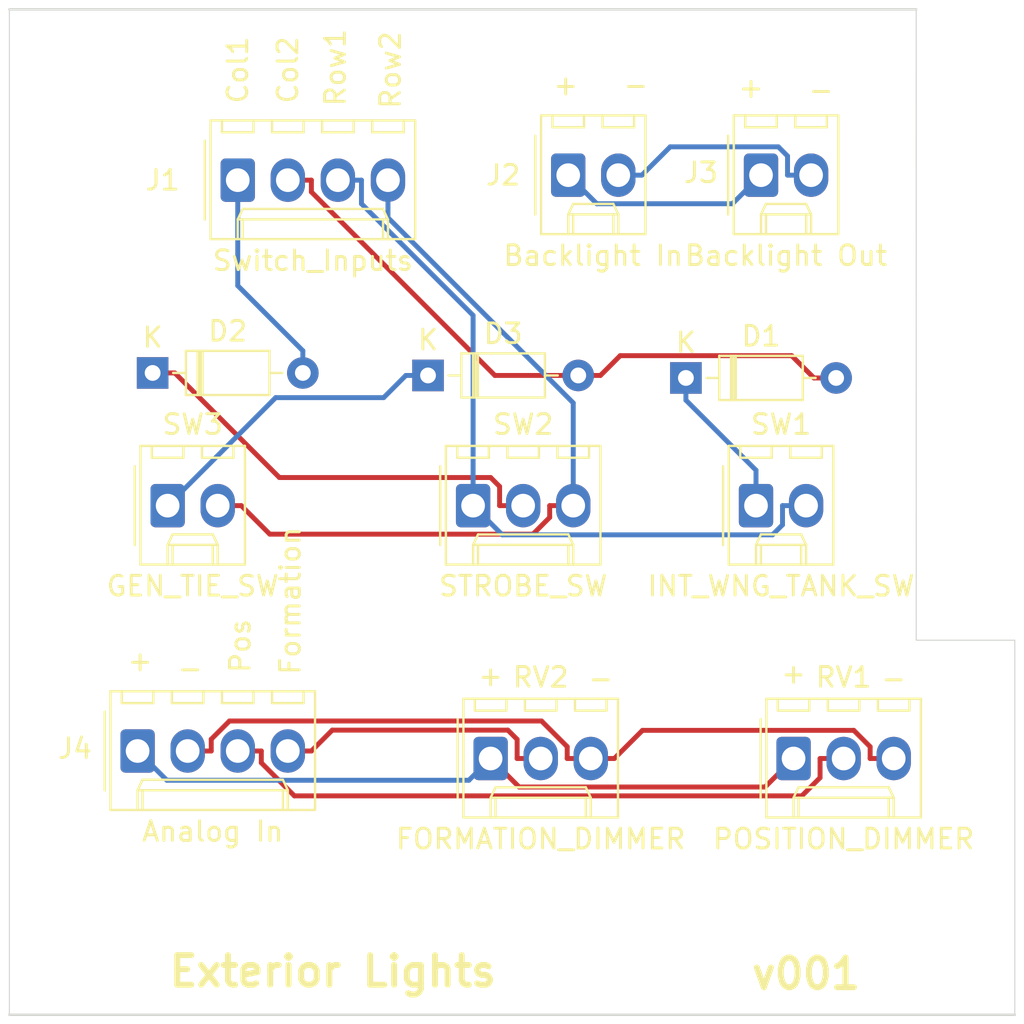
<source format=kicad_pcb>
(kicad_pcb (version 20171130) (host pcbnew "(5.1.5-0-10_14)")

  (general
    (thickness 1.6)
    (drawings 24)
    (tracks 84)
    (zones 0)
    (modules 15)
    (nets 14)
  )

  (page A4)
  (layers
    (0 F.Cu signal)
    (31 B.Cu signal)
    (32 B.Adhes user)
    (33 F.Adhes user)
    (34 B.Paste user)
    (35 F.Paste user)
    (36 B.SilkS user)
    (37 F.SilkS user)
    (38 B.Mask user)
    (39 F.Mask user)
    (40 Dwgs.User user)
    (41 Cmts.User user)
    (42 Eco1.User user)
    (43 Eco2.User user)
    (44 Edge.Cuts user)
    (45 Margin user)
    (46 B.CrtYd user)
    (47 F.CrtYd user)
    (48 B.Fab user)
    (49 F.Fab user)
  )

  (setup
    (last_trace_width 0.25)
    (trace_clearance 0.2)
    (zone_clearance 0.508)
    (zone_45_only no)
    (trace_min 0.2)
    (via_size 0.8)
    (via_drill 0.4)
    (via_min_size 0.4)
    (via_min_drill 0.3)
    (uvia_size 0.3)
    (uvia_drill 0.1)
    (uvias_allowed no)
    (uvia_min_size 0.2)
    (uvia_min_drill 0.1)
    (edge_width 0.05)
    (segment_width 0.2)
    (pcb_text_width 0.3)
    (pcb_text_size 1.5 1.5)
    (mod_edge_width 0.12)
    (mod_text_size 1 1)
    (mod_text_width 0.15)
    (pad_size 1.524 1.524)
    (pad_drill 0.762)
    (pad_to_mask_clearance 0.051)
    (solder_mask_min_width 0.25)
    (aux_axis_origin 0 0)
    (visible_elements FFFFFF7F)
    (pcbplotparams
      (layerselection 0x010fc_ffffffff)
      (usegerberextensions false)
      (usegerberattributes false)
      (usegerberadvancedattributes false)
      (creategerberjobfile false)
      (excludeedgelayer true)
      (linewidth 0.100000)
      (plotframeref false)
      (viasonmask false)
      (mode 1)
      (useauxorigin false)
      (hpglpennumber 1)
      (hpglpenspeed 20)
      (hpglpendiameter 15.000000)
      (psnegative false)
      (psa4output false)
      (plotreference true)
      (plotvalue true)
      (plotinvisibletext false)
      (padsonsilk false)
      (subtractmaskfromsilk false)
      (outputformat 1)
      (mirror false)
      (drillshape 0)
      (scaleselection 1)
      (outputdirectory "manufacturing"))
  )

  (net 0 "")
  (net 1 "Net-(J4-Pad2)")
  (net 2 "Net-(D2-Pad1)")
  (net 3 "Net-(J4-Pad1)")
  (net 4 "Net-(D1-Pad1)")
  (net 5 "Net-(D3-Pad1)")
  (net 6 "Net-(J2-Pad2)")
  (net 7 "Net-(J2-Pad1)")
  (net 8 /Col2)
  (net 9 /Col1)
  (net 10 /Row2)
  (net 11 /Row1)
  (net 12 "Net-(J4-Pad4)")
  (net 13 "Net-(J4-Pad3)")

  (net_class Default "This is the default net class."
    (clearance 0.2)
    (trace_width 0.25)
    (via_dia 0.8)
    (via_drill 0.4)
    (uvia_dia 0.3)
    (uvia_drill 0.1)
    (add_net /Col1)
    (add_net /Col2)
    (add_net /Row1)
    (add_net /Row2)
    (add_net "Net-(D1-Pad1)")
    (add_net "Net-(D2-Pad1)")
    (add_net "Net-(D3-Pad1)")
    (add_net "Net-(J2-Pad1)")
    (add_net "Net-(J2-Pad2)")
    (add_net "Net-(J4-Pad1)")
    (add_net "Net-(J4-Pad2)")
    (add_net "Net-(J4-Pad3)")
    (add_net "Net-(J4-Pad4)")
  )

  (module PT_Library_v001:Molex_1x04_P2.54mm_Vertical (layer F.Cu) (tedit 5B78013E) (tstamp 60452A84)
    (at 108.585 105.664)
    (descr "Molex KK-254 Interconnect System, old/engineering part number: AE-6410-04A example for new part number: 22-27-2041, 4 Pins (http://www.molex.com/pdm_docs/sd/022272021_sd.pdf), generated with kicad-footprint-generator")
    (tags "connector Molex KK-254 side entry")
    (path /60453D36)
    (fp_text reference J1 (at -3.81 0) (layer F.SilkS)
      (effects (font (size 1 1) (thickness 0.15)))
    )
    (fp_text value Switch_Inputs (at 3.81 4.08) (layer F.SilkS)
      (effects (font (size 1 1) (thickness 0.15)))
    )
    (fp_text user %R (at 3.81 -2.22) (layer F.Fab)
      (effects (font (size 1 1) (thickness 0.15)))
    )
    (fp_line (start 9.39 -3.42) (end -1.77 -3.42) (layer F.CrtYd) (width 0.05))
    (fp_line (start 9.39 3.38) (end 9.39 -3.42) (layer F.CrtYd) (width 0.05))
    (fp_line (start -1.77 3.38) (end 9.39 3.38) (layer F.CrtYd) (width 0.05))
    (fp_line (start -1.77 -3.42) (end -1.77 3.38) (layer F.CrtYd) (width 0.05))
    (fp_line (start 8.42 -2.43) (end 8.42 -3.03) (layer F.SilkS) (width 0.12))
    (fp_line (start 6.82 -2.43) (end 8.42 -2.43) (layer F.SilkS) (width 0.12))
    (fp_line (start 6.82 -3.03) (end 6.82 -2.43) (layer F.SilkS) (width 0.12))
    (fp_line (start 5.88 -2.43) (end 5.88 -3.03) (layer F.SilkS) (width 0.12))
    (fp_line (start 4.28 -2.43) (end 5.88 -2.43) (layer F.SilkS) (width 0.12))
    (fp_line (start 4.28 -3.03) (end 4.28 -2.43) (layer F.SilkS) (width 0.12))
    (fp_line (start 3.34 -2.43) (end 3.34 -3.03) (layer F.SilkS) (width 0.12))
    (fp_line (start 1.74 -2.43) (end 3.34 -2.43) (layer F.SilkS) (width 0.12))
    (fp_line (start 1.74 -3.03) (end 1.74 -2.43) (layer F.SilkS) (width 0.12))
    (fp_line (start 0.8 -2.43) (end 0.8 -3.03) (layer F.SilkS) (width 0.12))
    (fp_line (start -0.8 -2.43) (end 0.8 -2.43) (layer F.SilkS) (width 0.12))
    (fp_line (start -0.8 -3.03) (end -0.8 -2.43) (layer F.SilkS) (width 0.12))
    (fp_line (start 7.37 2.99) (end 7.37 1.99) (layer F.SilkS) (width 0.12))
    (fp_line (start 0.25 2.99) (end 0.25 1.99) (layer F.SilkS) (width 0.12))
    (fp_line (start 7.37 1.46) (end 7.62 1.99) (layer F.SilkS) (width 0.12))
    (fp_line (start 0.25 1.46) (end 7.37 1.46) (layer F.SilkS) (width 0.12))
    (fp_line (start 0 1.99) (end 0.25 1.46) (layer F.SilkS) (width 0.12))
    (fp_line (start 7.62 1.99) (end 7.62 2.99) (layer F.SilkS) (width 0.12))
    (fp_line (start 0 1.99) (end 7.62 1.99) (layer F.SilkS) (width 0.12))
    (fp_line (start 0 2.99) (end 0 1.99) (layer F.SilkS) (width 0.12))
    (fp_line (start -0.562893 0) (end -1.27 0.5) (layer F.Fab) (width 0.1))
    (fp_line (start -1.27 -0.5) (end -0.562893 0) (layer F.Fab) (width 0.1))
    (fp_line (start -1.67 -2) (end -1.67 2) (layer F.SilkS) (width 0.12))
    (fp_line (start 9 -3.03) (end -1.38 -3.03) (layer F.SilkS) (width 0.12))
    (fp_line (start 9 2.99) (end 9 -3.03) (layer F.SilkS) (width 0.12))
    (fp_line (start -1.38 2.99) (end 9 2.99) (layer F.SilkS) (width 0.12))
    (fp_line (start -1.38 -3.03) (end -1.38 2.99) (layer F.SilkS) (width 0.12))
    (fp_line (start 8.89 -2.92) (end -1.27 -2.92) (layer F.Fab) (width 0.1))
    (fp_line (start 8.89 2.88) (end 8.89 -2.92) (layer F.Fab) (width 0.1))
    (fp_line (start -1.27 2.88) (end 8.89 2.88) (layer F.Fab) (width 0.1))
    (fp_line (start -1.27 -2.92) (end -1.27 2.88) (layer F.Fab) (width 0.1))
    (pad 4 thru_hole oval (at 7.62 0) (size 1.74 2.2) (drill 1.2) (layers *.Cu *.Mask)
      (net 10 /Row2))
    (pad 3 thru_hole oval (at 5.08 0) (size 1.74 2.2) (drill 1.2) (layers *.Cu *.Mask)
      (net 11 /Row1))
    (pad 2 thru_hole oval (at 2.54 0) (size 1.74 2.2) (drill 1.2) (layers *.Cu *.Mask)
      (net 8 /Col2))
    (pad 1 thru_hole roundrect (at 0 0) (size 1.74 2.2) (drill 1.2) (layers *.Cu *.Mask) (roundrect_rratio 0.143678)
      (net 9 /Col1))
    (model ${KISYS3DMOD}/Connector_Molex.3dshapes/Molex_KK-254_AE-6410-04A_1x04_P2.54mm_Vertical.wrl
      (at (xyz 0 0 0))
      (scale (xyz 1 1 1))
      (rotate (xyz 0 0 0))
    )
  )

  (module PT_Library_v001:Molex_1x02_P2.54mm_Vertical (layer F.Cu) (tedit 5B78013E) (tstamp 601E3055)
    (at 134.874 122.174)
    (descr "Molex KK-254 Interconnect System, old/engineering part number: AE-6410-02A example for new part number: 22-27-2021, 2 Pins (http://www.molex.com/pdm_docs/sd/022272021_sd.pdf), generated with kicad-footprint-generator")
    (tags "connector Molex KK-254 side entry")
    (path /5FC419DD)
    (fp_text reference SW1 (at 1.27 -4.12) (layer F.SilkS)
      (effects (font (size 1 1) (thickness 0.15)))
    )
    (fp_text value INT_WNG_TANK_SW (at 1.27 4.08) (layer F.SilkS)
      (effects (font (size 1 1) (thickness 0.15)))
    )
    (fp_text user %R (at 1.27 -2.22) (layer F.Fab)
      (effects (font (size 1 1) (thickness 0.15)))
    )
    (fp_line (start 4.31 -3.42) (end -1.77 -3.42) (layer F.CrtYd) (width 0.05))
    (fp_line (start 4.31 3.38) (end 4.31 -3.42) (layer F.CrtYd) (width 0.05))
    (fp_line (start -1.77 3.38) (end 4.31 3.38) (layer F.CrtYd) (width 0.05))
    (fp_line (start -1.77 -3.42) (end -1.77 3.38) (layer F.CrtYd) (width 0.05))
    (fp_line (start 3.34 -2.43) (end 3.34 -3.03) (layer F.SilkS) (width 0.12))
    (fp_line (start 1.74 -2.43) (end 3.34 -2.43) (layer F.SilkS) (width 0.12))
    (fp_line (start 1.74 -3.03) (end 1.74 -2.43) (layer F.SilkS) (width 0.12))
    (fp_line (start 0.8 -2.43) (end 0.8 -3.03) (layer F.SilkS) (width 0.12))
    (fp_line (start -0.8 -2.43) (end 0.8 -2.43) (layer F.SilkS) (width 0.12))
    (fp_line (start -0.8 -3.03) (end -0.8 -2.43) (layer F.SilkS) (width 0.12))
    (fp_line (start 2.29 2.99) (end 2.29 1.99) (layer F.SilkS) (width 0.12))
    (fp_line (start 0.25 2.99) (end 0.25 1.99) (layer F.SilkS) (width 0.12))
    (fp_line (start 2.29 1.46) (end 2.54 1.99) (layer F.SilkS) (width 0.12))
    (fp_line (start 0.25 1.46) (end 2.29 1.46) (layer F.SilkS) (width 0.12))
    (fp_line (start 0 1.99) (end 0.25 1.46) (layer F.SilkS) (width 0.12))
    (fp_line (start 2.54 1.99) (end 2.54 2.99) (layer F.SilkS) (width 0.12))
    (fp_line (start 0 1.99) (end 2.54 1.99) (layer F.SilkS) (width 0.12))
    (fp_line (start 0 2.99) (end 0 1.99) (layer F.SilkS) (width 0.12))
    (fp_line (start -0.562893 0) (end -1.27 0.5) (layer F.Fab) (width 0.1))
    (fp_line (start -1.27 -0.5) (end -0.562893 0) (layer F.Fab) (width 0.1))
    (fp_line (start -1.67 -2) (end -1.67 2) (layer F.SilkS) (width 0.12))
    (fp_line (start 3.92 -3.03) (end -1.38 -3.03) (layer F.SilkS) (width 0.12))
    (fp_line (start 3.92 2.99) (end 3.92 -3.03) (layer F.SilkS) (width 0.12))
    (fp_line (start -1.38 2.99) (end 3.92 2.99) (layer F.SilkS) (width 0.12))
    (fp_line (start -1.38 -3.03) (end -1.38 2.99) (layer F.SilkS) (width 0.12))
    (fp_line (start 3.81 -2.92) (end -1.27 -2.92) (layer F.Fab) (width 0.1))
    (fp_line (start 3.81 2.88) (end 3.81 -2.92) (layer F.Fab) (width 0.1))
    (fp_line (start -1.27 2.88) (end 3.81 2.88) (layer F.Fab) (width 0.1))
    (fp_line (start -1.27 -2.92) (end -1.27 2.88) (layer F.Fab) (width 0.1))
    (pad 2 thru_hole oval (at 2.54 0) (size 1.74 2.2) (drill 1.2) (layers *.Cu *.Mask)
      (net 11 /Row1))
    (pad 1 thru_hole roundrect (at 0 0) (size 1.74 2.2) (drill 1.2) (layers *.Cu *.Mask) (roundrect_rratio 0.143678)
      (net 4 "Net-(D1-Pad1)"))
    (model ${KISYS3DMOD}/Connector_Molex.3dshapes/Molex_KK-254_AE-6410-02A_1x02_P2.54mm_Vertical.wrl
      (at (xyz 0 0 0))
      (scale (xyz 1 1 1))
      (rotate (xyz 0 0 0))
    )
  )

  (module PT_Library_v001:Molex_1x02_P2.54mm_Vertical (layer F.Cu) (tedit 5B78013E) (tstamp 601E1B56)
    (at 105.029 122.174)
    (descr "Molex KK-254 Interconnect System, old/engineering part number: AE-6410-02A example for new part number: 22-27-2021, 2 Pins (http://www.molex.com/pdm_docs/sd/022272021_sd.pdf), generated with kicad-footprint-generator")
    (tags "connector Molex KK-254 side entry")
    (path /5FD1F285)
    (fp_text reference SW3 (at 1.27 -4.12) (layer F.SilkS)
      (effects (font (size 1 1) (thickness 0.15)))
    )
    (fp_text value GEN_TIE_SW (at 1.27 4.08) (layer F.SilkS)
      (effects (font (size 1 1) (thickness 0.15)))
    )
    (fp_text user %R (at 1.27 -2.22) (layer F.Fab)
      (effects (font (size 1 1) (thickness 0.15)))
    )
    (fp_line (start 4.31 -3.42) (end -1.77 -3.42) (layer F.CrtYd) (width 0.05))
    (fp_line (start 4.31 3.38) (end 4.31 -3.42) (layer F.CrtYd) (width 0.05))
    (fp_line (start -1.77 3.38) (end 4.31 3.38) (layer F.CrtYd) (width 0.05))
    (fp_line (start -1.77 -3.42) (end -1.77 3.38) (layer F.CrtYd) (width 0.05))
    (fp_line (start 3.34 -2.43) (end 3.34 -3.03) (layer F.SilkS) (width 0.12))
    (fp_line (start 1.74 -2.43) (end 3.34 -2.43) (layer F.SilkS) (width 0.12))
    (fp_line (start 1.74 -3.03) (end 1.74 -2.43) (layer F.SilkS) (width 0.12))
    (fp_line (start 0.8 -2.43) (end 0.8 -3.03) (layer F.SilkS) (width 0.12))
    (fp_line (start -0.8 -2.43) (end 0.8 -2.43) (layer F.SilkS) (width 0.12))
    (fp_line (start -0.8 -3.03) (end -0.8 -2.43) (layer F.SilkS) (width 0.12))
    (fp_line (start 2.29 2.99) (end 2.29 1.99) (layer F.SilkS) (width 0.12))
    (fp_line (start 0.25 2.99) (end 0.25 1.99) (layer F.SilkS) (width 0.12))
    (fp_line (start 2.29 1.46) (end 2.54 1.99) (layer F.SilkS) (width 0.12))
    (fp_line (start 0.25 1.46) (end 2.29 1.46) (layer F.SilkS) (width 0.12))
    (fp_line (start 0 1.99) (end 0.25 1.46) (layer F.SilkS) (width 0.12))
    (fp_line (start 2.54 1.99) (end 2.54 2.99) (layer F.SilkS) (width 0.12))
    (fp_line (start 0 1.99) (end 2.54 1.99) (layer F.SilkS) (width 0.12))
    (fp_line (start 0 2.99) (end 0 1.99) (layer F.SilkS) (width 0.12))
    (fp_line (start -0.562893 0) (end -1.27 0.5) (layer F.Fab) (width 0.1))
    (fp_line (start -1.27 -0.5) (end -0.562893 0) (layer F.Fab) (width 0.1))
    (fp_line (start -1.67 -2) (end -1.67 2) (layer F.SilkS) (width 0.12))
    (fp_line (start 3.92 -3.03) (end -1.38 -3.03) (layer F.SilkS) (width 0.12))
    (fp_line (start 3.92 2.99) (end 3.92 -3.03) (layer F.SilkS) (width 0.12))
    (fp_line (start -1.38 2.99) (end 3.92 2.99) (layer F.SilkS) (width 0.12))
    (fp_line (start -1.38 -3.03) (end -1.38 2.99) (layer F.SilkS) (width 0.12))
    (fp_line (start 3.81 -2.92) (end -1.27 -2.92) (layer F.Fab) (width 0.1))
    (fp_line (start 3.81 2.88) (end 3.81 -2.92) (layer F.Fab) (width 0.1))
    (fp_line (start -1.27 2.88) (end 3.81 2.88) (layer F.Fab) (width 0.1))
    (fp_line (start -1.27 -2.92) (end -1.27 2.88) (layer F.Fab) (width 0.1))
    (pad 2 thru_hole oval (at 2.54 0) (size 1.74 2.2) (drill 1.2) (layers *.Cu *.Mask)
      (net 10 /Row2))
    (pad 1 thru_hole roundrect (at 0 0) (size 1.74 2.2) (drill 1.2) (layers *.Cu *.Mask) (roundrect_rratio 0.143678)
      (net 5 "Net-(D3-Pad1)"))
    (model ${KISYS3DMOD}/Connector_Molex.3dshapes/Molex_KK-254_AE-6410-02A_1x02_P2.54mm_Vertical.wrl
      (at (xyz 0 0 0))
      (scale (xyz 1 1 1))
      (rotate (xyz 0 0 0))
    )
  )

  (module PT_Library_v001:Molex_1x04_P2.54mm_Vertical (layer F.Cu) (tedit 5B78013E) (tstamp 601E1A48)
    (at 103.505 134.62)
    (descr "Molex KK-254 Interconnect System, old/engineering part number: AE-6410-04A example for new part number: 22-27-2041, 4 Pins (http://www.molex.com/pdm_docs/sd/022272021_sd.pdf), generated with kicad-footprint-generator")
    (tags "connector Molex KK-254 side entry")
    (path /5FD28A32)
    (fp_text reference J4 (at -3.175 -0.127) (layer F.SilkS)
      (effects (font (size 1 1) (thickness 0.15)))
    )
    (fp_text value "Analog In" (at 3.81 4.08) (layer F.SilkS)
      (effects (font (size 1 1) (thickness 0.15)))
    )
    (fp_text user %R (at 3.81 -2.22) (layer F.Fab)
      (effects (font (size 1 1) (thickness 0.15)))
    )
    (fp_line (start 9.39 -3.42) (end -1.77 -3.42) (layer F.CrtYd) (width 0.05))
    (fp_line (start 9.39 3.38) (end 9.39 -3.42) (layer F.CrtYd) (width 0.05))
    (fp_line (start -1.77 3.38) (end 9.39 3.38) (layer F.CrtYd) (width 0.05))
    (fp_line (start -1.77 -3.42) (end -1.77 3.38) (layer F.CrtYd) (width 0.05))
    (fp_line (start 8.42 -2.43) (end 8.42 -3.03) (layer F.SilkS) (width 0.12))
    (fp_line (start 6.82 -2.43) (end 8.42 -2.43) (layer F.SilkS) (width 0.12))
    (fp_line (start 6.82 -3.03) (end 6.82 -2.43) (layer F.SilkS) (width 0.12))
    (fp_line (start 5.88 -2.43) (end 5.88 -3.03) (layer F.SilkS) (width 0.12))
    (fp_line (start 4.28 -2.43) (end 5.88 -2.43) (layer F.SilkS) (width 0.12))
    (fp_line (start 4.28 -3.03) (end 4.28 -2.43) (layer F.SilkS) (width 0.12))
    (fp_line (start 3.34 -2.43) (end 3.34 -3.03) (layer F.SilkS) (width 0.12))
    (fp_line (start 1.74 -2.43) (end 3.34 -2.43) (layer F.SilkS) (width 0.12))
    (fp_line (start 1.74 -3.03) (end 1.74 -2.43) (layer F.SilkS) (width 0.12))
    (fp_line (start 0.8 -2.43) (end 0.8 -3.03) (layer F.SilkS) (width 0.12))
    (fp_line (start -0.8 -2.43) (end 0.8 -2.43) (layer F.SilkS) (width 0.12))
    (fp_line (start -0.8 -3.03) (end -0.8 -2.43) (layer F.SilkS) (width 0.12))
    (fp_line (start 7.37 2.99) (end 7.37 1.99) (layer F.SilkS) (width 0.12))
    (fp_line (start 0.25 2.99) (end 0.25 1.99) (layer F.SilkS) (width 0.12))
    (fp_line (start 7.37 1.46) (end 7.62 1.99) (layer F.SilkS) (width 0.12))
    (fp_line (start 0.25 1.46) (end 7.37 1.46) (layer F.SilkS) (width 0.12))
    (fp_line (start 0 1.99) (end 0.25 1.46) (layer F.SilkS) (width 0.12))
    (fp_line (start 7.62 1.99) (end 7.62 2.99) (layer F.SilkS) (width 0.12))
    (fp_line (start 0 1.99) (end 7.62 1.99) (layer F.SilkS) (width 0.12))
    (fp_line (start 0 2.99) (end 0 1.99) (layer F.SilkS) (width 0.12))
    (fp_line (start -0.562893 0) (end -1.27 0.5) (layer F.Fab) (width 0.1))
    (fp_line (start -1.27 -0.5) (end -0.562893 0) (layer F.Fab) (width 0.1))
    (fp_line (start -1.67 -2) (end -1.67 2) (layer F.SilkS) (width 0.12))
    (fp_line (start 9 -3.03) (end -1.38 -3.03) (layer F.SilkS) (width 0.12))
    (fp_line (start 9 2.99) (end 9 -3.03) (layer F.SilkS) (width 0.12))
    (fp_line (start -1.38 2.99) (end 9 2.99) (layer F.SilkS) (width 0.12))
    (fp_line (start -1.38 -3.03) (end -1.38 2.99) (layer F.SilkS) (width 0.12))
    (fp_line (start 8.89 -2.92) (end -1.27 -2.92) (layer F.Fab) (width 0.1))
    (fp_line (start 8.89 2.88) (end 8.89 -2.92) (layer F.Fab) (width 0.1))
    (fp_line (start -1.27 2.88) (end 8.89 2.88) (layer F.Fab) (width 0.1))
    (fp_line (start -1.27 -2.92) (end -1.27 2.88) (layer F.Fab) (width 0.1))
    (pad 4 thru_hole oval (at 7.62 0) (size 1.74 2.2) (drill 1.2) (layers *.Cu *.Mask)
      (net 12 "Net-(J4-Pad4)"))
    (pad 3 thru_hole oval (at 5.08 0) (size 1.74 2.2) (drill 1.2) (layers *.Cu *.Mask)
      (net 13 "Net-(J4-Pad3)"))
    (pad 2 thru_hole oval (at 2.54 0) (size 1.74 2.2) (drill 1.2) (layers *.Cu *.Mask)
      (net 1 "Net-(J4-Pad2)"))
    (pad 1 thru_hole roundrect (at 0 0) (size 1.74 2.2) (drill 1.2) (layers *.Cu *.Mask) (roundrect_rratio 0.143678)
      (net 3 "Net-(J4-Pad1)"))
    (model ${KISYS3DMOD}/Connector_Molex.3dshapes/Molex_KK-254_AE-6410-04A_1x04_P2.54mm_Vertical.wrl
      (at (xyz 0 0 0))
      (scale (xyz 1 1 1))
      (rotate (xyz 0 0 0))
    )
  )

  (module PT_Library_v001:Molex_1x02_P2.54mm_Vertical (layer F.Cu) (tedit 5B78013E) (tstamp 601E19F8)
    (at 135.128 105.41)
    (descr "Molex KK-254 Interconnect System, old/engineering part number: AE-6410-02A example for new part number: 22-27-2021, 2 Pins (http://www.molex.com/pdm_docs/sd/022272021_sd.pdf), generated with kicad-footprint-generator")
    (tags "connector Molex KK-254 side entry")
    (path /601E1680)
    (fp_text reference J3 (at -3.048 -0.127) (layer F.SilkS)
      (effects (font (size 1 1) (thickness 0.15)))
    )
    (fp_text value "Backlight Out" (at 1.27 4.08) (layer F.SilkS)
      (effects (font (size 1 1) (thickness 0.15)))
    )
    (fp_text user %R (at 1.27 -2.22) (layer F.Fab)
      (effects (font (size 1 1) (thickness 0.15)))
    )
    (fp_line (start 4.31 -3.42) (end -1.77 -3.42) (layer F.CrtYd) (width 0.05))
    (fp_line (start 4.31 3.38) (end 4.31 -3.42) (layer F.CrtYd) (width 0.05))
    (fp_line (start -1.77 3.38) (end 4.31 3.38) (layer F.CrtYd) (width 0.05))
    (fp_line (start -1.77 -3.42) (end -1.77 3.38) (layer F.CrtYd) (width 0.05))
    (fp_line (start 3.34 -2.43) (end 3.34 -3.03) (layer F.SilkS) (width 0.12))
    (fp_line (start 1.74 -2.43) (end 3.34 -2.43) (layer F.SilkS) (width 0.12))
    (fp_line (start 1.74 -3.03) (end 1.74 -2.43) (layer F.SilkS) (width 0.12))
    (fp_line (start 0.8 -2.43) (end 0.8 -3.03) (layer F.SilkS) (width 0.12))
    (fp_line (start -0.8 -2.43) (end 0.8 -2.43) (layer F.SilkS) (width 0.12))
    (fp_line (start -0.8 -3.03) (end -0.8 -2.43) (layer F.SilkS) (width 0.12))
    (fp_line (start 2.29 2.99) (end 2.29 1.99) (layer F.SilkS) (width 0.12))
    (fp_line (start 0.25 2.99) (end 0.25 1.99) (layer F.SilkS) (width 0.12))
    (fp_line (start 2.29 1.46) (end 2.54 1.99) (layer F.SilkS) (width 0.12))
    (fp_line (start 0.25 1.46) (end 2.29 1.46) (layer F.SilkS) (width 0.12))
    (fp_line (start 0 1.99) (end 0.25 1.46) (layer F.SilkS) (width 0.12))
    (fp_line (start 2.54 1.99) (end 2.54 2.99) (layer F.SilkS) (width 0.12))
    (fp_line (start 0 1.99) (end 2.54 1.99) (layer F.SilkS) (width 0.12))
    (fp_line (start 0 2.99) (end 0 1.99) (layer F.SilkS) (width 0.12))
    (fp_line (start -0.562893 0) (end -1.27 0.5) (layer F.Fab) (width 0.1))
    (fp_line (start -1.27 -0.5) (end -0.562893 0) (layer F.Fab) (width 0.1))
    (fp_line (start -1.67 -2) (end -1.67 2) (layer F.SilkS) (width 0.12))
    (fp_line (start 3.92 -3.03) (end -1.38 -3.03) (layer F.SilkS) (width 0.12))
    (fp_line (start 3.92 2.99) (end 3.92 -3.03) (layer F.SilkS) (width 0.12))
    (fp_line (start -1.38 2.99) (end 3.92 2.99) (layer F.SilkS) (width 0.12))
    (fp_line (start -1.38 -3.03) (end -1.38 2.99) (layer F.SilkS) (width 0.12))
    (fp_line (start 3.81 -2.92) (end -1.27 -2.92) (layer F.Fab) (width 0.1))
    (fp_line (start 3.81 2.88) (end 3.81 -2.92) (layer F.Fab) (width 0.1))
    (fp_line (start -1.27 2.88) (end 3.81 2.88) (layer F.Fab) (width 0.1))
    (fp_line (start -1.27 -2.92) (end -1.27 2.88) (layer F.Fab) (width 0.1))
    (pad 2 thru_hole oval (at 2.54 0) (size 1.74 2.2) (drill 1.2) (layers *.Cu *.Mask)
      (net 6 "Net-(J2-Pad2)"))
    (pad 1 thru_hole roundrect (at 0 0) (size 1.74 2.2) (drill 1.2) (layers *.Cu *.Mask) (roundrect_rratio 0.143678)
      (net 7 "Net-(J2-Pad1)"))
    (model ${KISYS3DMOD}/Connector_Molex.3dshapes/Molex_KK-254_AE-6410-02A_1x02_P2.54mm_Vertical.wrl
      (at (xyz 0 0 0))
      (scale (xyz 1 1 1))
      (rotate (xyz 0 0 0))
    )
  )

  (module PT_Library_v001:Molex_1x02_P2.54mm_Vertical (layer F.Cu) (tedit 5B78013E) (tstamp 601E19D4)
    (at 125.349 105.41)
    (descr "Molex KK-254 Interconnect System, old/engineering part number: AE-6410-02A example for new part number: 22-27-2021, 2 Pins (http://www.molex.com/pdm_docs/sd/022272021_sd.pdf), generated with kicad-footprint-generator")
    (tags "connector Molex KK-254 side entry")
    (path /601E1D17)
    (fp_text reference J2 (at -3.302 0) (layer F.SilkS)
      (effects (font (size 1 1) (thickness 0.15)))
    )
    (fp_text value "Backlight In" (at 1.27 4.08) (layer F.SilkS)
      (effects (font (size 1 1) (thickness 0.15)))
    )
    (fp_text user %R (at 1.27 -2.22) (layer F.Fab)
      (effects (font (size 1 1) (thickness 0.15)))
    )
    (fp_line (start 4.31 -3.42) (end -1.77 -3.42) (layer F.CrtYd) (width 0.05))
    (fp_line (start 4.31 3.38) (end 4.31 -3.42) (layer F.CrtYd) (width 0.05))
    (fp_line (start -1.77 3.38) (end 4.31 3.38) (layer F.CrtYd) (width 0.05))
    (fp_line (start -1.77 -3.42) (end -1.77 3.38) (layer F.CrtYd) (width 0.05))
    (fp_line (start 3.34 -2.43) (end 3.34 -3.03) (layer F.SilkS) (width 0.12))
    (fp_line (start 1.74 -2.43) (end 3.34 -2.43) (layer F.SilkS) (width 0.12))
    (fp_line (start 1.74 -3.03) (end 1.74 -2.43) (layer F.SilkS) (width 0.12))
    (fp_line (start 0.8 -2.43) (end 0.8 -3.03) (layer F.SilkS) (width 0.12))
    (fp_line (start -0.8 -2.43) (end 0.8 -2.43) (layer F.SilkS) (width 0.12))
    (fp_line (start -0.8 -3.03) (end -0.8 -2.43) (layer F.SilkS) (width 0.12))
    (fp_line (start 2.29 2.99) (end 2.29 1.99) (layer F.SilkS) (width 0.12))
    (fp_line (start 0.25 2.99) (end 0.25 1.99) (layer F.SilkS) (width 0.12))
    (fp_line (start 2.29 1.46) (end 2.54 1.99) (layer F.SilkS) (width 0.12))
    (fp_line (start 0.25 1.46) (end 2.29 1.46) (layer F.SilkS) (width 0.12))
    (fp_line (start 0 1.99) (end 0.25 1.46) (layer F.SilkS) (width 0.12))
    (fp_line (start 2.54 1.99) (end 2.54 2.99) (layer F.SilkS) (width 0.12))
    (fp_line (start 0 1.99) (end 2.54 1.99) (layer F.SilkS) (width 0.12))
    (fp_line (start 0 2.99) (end 0 1.99) (layer F.SilkS) (width 0.12))
    (fp_line (start -0.562893 0) (end -1.27 0.5) (layer F.Fab) (width 0.1))
    (fp_line (start -1.27 -0.5) (end -0.562893 0) (layer F.Fab) (width 0.1))
    (fp_line (start -1.67 -2) (end -1.67 2) (layer F.SilkS) (width 0.12))
    (fp_line (start 3.92 -3.03) (end -1.38 -3.03) (layer F.SilkS) (width 0.12))
    (fp_line (start 3.92 2.99) (end 3.92 -3.03) (layer F.SilkS) (width 0.12))
    (fp_line (start -1.38 2.99) (end 3.92 2.99) (layer F.SilkS) (width 0.12))
    (fp_line (start -1.38 -3.03) (end -1.38 2.99) (layer F.SilkS) (width 0.12))
    (fp_line (start 3.81 -2.92) (end -1.27 -2.92) (layer F.Fab) (width 0.1))
    (fp_line (start 3.81 2.88) (end 3.81 -2.92) (layer F.Fab) (width 0.1))
    (fp_line (start -1.27 2.88) (end 3.81 2.88) (layer F.Fab) (width 0.1))
    (fp_line (start -1.27 -2.92) (end -1.27 2.88) (layer F.Fab) (width 0.1))
    (pad 2 thru_hole oval (at 2.54 0) (size 1.74 2.2) (drill 1.2) (layers *.Cu *.Mask)
      (net 6 "Net-(J2-Pad2)"))
    (pad 1 thru_hole roundrect (at 0 0) (size 1.74 2.2) (drill 1.2) (layers *.Cu *.Mask) (roundrect_rratio 0.143678)
      (net 7 "Net-(J2-Pad1)"))
    (model ${KISYS3DMOD}/Connector_Molex.3dshapes/Molex_KK-254_AE-6410-02A_1x02_P2.54mm_Vertical.wrl
      (at (xyz 0 0 0))
      (scale (xyz 1 1 1))
      (rotate (xyz 0 0 0))
    )
  )

  (module MountingHole:MountingHole_3.2mm_M3 locked (layer F.Cu) (tedit 56D1B4CB) (tstamp 601E1984)
    (at 145 145)
    (descr "Mounting Hole 3.2mm, no annular, M3")
    (tags "mounting hole 3.2mm no annular m3")
    (path /601E4C2A)
    (attr virtual)
    (fp_text reference H3 (at 0 -4.2) (layer F.SilkS) hide
      (effects (font (size 1 1) (thickness 0.15)))
    )
    (fp_text value MountingHole (at 0 4.2) (layer F.Fab) hide
      (effects (font (size 1 1) (thickness 0.15)))
    )
    (fp_circle (center 0 0) (end 3.45 0) (layer F.CrtYd) (width 0.05))
    (fp_circle (center 0 0) (end 3.2 0) (layer Cmts.User) (width 0.15))
    (fp_text user %R (at 0.3 0) (layer F.Fab)
      (effects (font (size 1 1) (thickness 0.15)))
    )
    (pad 1 np_thru_hole circle (at 0 0) (size 3.2 3.2) (drill 3.2) (layers *.Cu *.Mask))
  )

  (module MountingHole:MountingHole_3.2mm_M3 locked (layer F.Cu) (tedit 56D1B4CB) (tstamp 601E197C)
    (at 100 100)
    (descr "Mounting Hole 3.2mm, no annular, M3")
    (tags "mounting hole 3.2mm no annular m3")
    (path /601E46FA)
    (attr virtual)
    (fp_text reference H2 (at 0 -4.2) (layer F.SilkS) hide
      (effects (font (size 1 1) (thickness 0.15)))
    )
    (fp_text value MountingHole (at 0 4.2) (layer F.Fab) hide
      (effects (font (size 1 1) (thickness 0.15)))
    )
    (fp_circle (center 0 0) (end 3.45 0) (layer F.CrtYd) (width 0.05))
    (fp_circle (center 0 0) (end 3.2 0) (layer Cmts.User) (width 0.15))
    (fp_text user %R (at 0.3 0) (layer F.Fab)
      (effects (font (size 1 1) (thickness 0.15)))
    )
    (pad 1 np_thru_hole circle (at 0 0) (size 3.2 3.2) (drill 3.2) (layers *.Cu *.Mask))
  )

  (module MountingHole:MountingHole_3.2mm_M3 locked (layer F.Cu) (tedit 56D1B4CB) (tstamp 601E1974)
    (at 100 145)
    (descr "Mounting Hole 3.2mm, no annular, M3")
    (tags "mounting hole 3.2mm no annular m3")
    (path /601E439F)
    (attr virtual)
    (fp_text reference H1 (at 0 -4.2) (layer F.SilkS) hide
      (effects (font (size 1 1) (thickness 0.15)))
    )
    (fp_text value MountingHole (at 0 4.2) (layer F.Fab) hide
      (effects (font (size 1 1) (thickness 0.15)))
    )
    (fp_circle (center 0 0) (end 3.45 0) (layer F.CrtYd) (width 0.05))
    (fp_circle (center 0 0) (end 3.2 0) (layer Cmts.User) (width 0.15))
    (fp_text user %R (at 0.3 0) (layer F.Fab)
      (effects (font (size 1 1) (thickness 0.15)))
    )
    (pad 1 np_thru_hole circle (at 0 0) (size 3.2 3.2) (drill 3.2) (layers *.Cu *.Mask))
  )

  (module PT_Library_v001:D_Signal_P7.62mm_Horizontal (layer F.Cu) (tedit 5AE50CD5) (tstamp 601E196C)
    (at 118.237 115.57)
    (descr "Diode, DO-35_SOD27 series, Axial, Horizontal, pin pitch=7.62mm, , length*diameter=4*2mm^2, , http://www.diodes.com/_files/packages/DO-35.pdf")
    (tags "Diode DO-35_SOD27 series Axial Horizontal pin pitch 7.62mm  length 4mm diameter 2mm")
    (path /5FD26D3F)
    (fp_text reference D3 (at 3.81 -2.12) (layer F.SilkS)
      (effects (font (size 1 1) (thickness 0.15)))
    )
    (fp_text value D (at 3.81 2.12) (layer F.Fab)
      (effects (font (size 1 1) (thickness 0.15)))
    )
    (fp_text user K (at 0 -1.8) (layer F.SilkS)
      (effects (font (size 1 1) (thickness 0.15)))
    )
    (fp_text user K (at 0 -1.8) (layer F.Fab)
      (effects (font (size 1 1) (thickness 0.15)))
    )
    (fp_text user %R (at 4.11 0) (layer F.Fab)
      (effects (font (size 0.8 0.8) (thickness 0.12)))
    )
    (fp_line (start 8.67 -1.25) (end -1.05 -1.25) (layer F.CrtYd) (width 0.05))
    (fp_line (start 8.67 1.25) (end 8.67 -1.25) (layer F.CrtYd) (width 0.05))
    (fp_line (start -1.05 1.25) (end 8.67 1.25) (layer F.CrtYd) (width 0.05))
    (fp_line (start -1.05 -1.25) (end -1.05 1.25) (layer F.CrtYd) (width 0.05))
    (fp_line (start 2.29 -1.12) (end 2.29 1.12) (layer F.SilkS) (width 0.12))
    (fp_line (start 2.53 -1.12) (end 2.53 1.12) (layer F.SilkS) (width 0.12))
    (fp_line (start 2.41 -1.12) (end 2.41 1.12) (layer F.SilkS) (width 0.12))
    (fp_line (start 6.58 0) (end 5.93 0) (layer F.SilkS) (width 0.12))
    (fp_line (start 1.04 0) (end 1.69 0) (layer F.SilkS) (width 0.12))
    (fp_line (start 5.93 -1.12) (end 1.69 -1.12) (layer F.SilkS) (width 0.12))
    (fp_line (start 5.93 1.12) (end 5.93 -1.12) (layer F.SilkS) (width 0.12))
    (fp_line (start 1.69 1.12) (end 5.93 1.12) (layer F.SilkS) (width 0.12))
    (fp_line (start 1.69 -1.12) (end 1.69 1.12) (layer F.SilkS) (width 0.12))
    (fp_line (start 2.31 -1) (end 2.31 1) (layer F.Fab) (width 0.1))
    (fp_line (start 2.51 -1) (end 2.51 1) (layer F.Fab) (width 0.1))
    (fp_line (start 2.41 -1) (end 2.41 1) (layer F.Fab) (width 0.1))
    (fp_line (start 7.62 0) (end 5.81 0) (layer F.Fab) (width 0.1))
    (fp_line (start 0 0) (end 1.81 0) (layer F.Fab) (width 0.1))
    (fp_line (start 5.81 -1) (end 1.81 -1) (layer F.Fab) (width 0.1))
    (fp_line (start 5.81 1) (end 5.81 -1) (layer F.Fab) (width 0.1))
    (fp_line (start 1.81 1) (end 5.81 1) (layer F.Fab) (width 0.1))
    (fp_line (start 1.81 -1) (end 1.81 1) (layer F.Fab) (width 0.1))
    (pad 2 thru_hole oval (at 7.62 0) (size 1.6 1.6) (drill 0.8) (layers *.Cu *.Mask)
      (net 8 /Col2))
    (pad 1 thru_hole rect (at 0 0) (size 1.6 1.6) (drill 0.8) (layers *.Cu *.Mask)
      (net 5 "Net-(D3-Pad1)"))
    (model ${KISYS3DMOD}/Diode_THT.3dshapes/D_DO-35_SOD27_P7.62mm_Horizontal.wrl
      (at (xyz 0 0 0))
      (scale (xyz 1 1 1))
      (rotate (xyz 0 0 0))
    )
  )

  (module PT_Library_v001:D_Signal_P7.62mm_Horizontal (layer F.Cu) (tedit 5AE50CD5) (tstamp 601E194D)
    (at 104.267 115.443)
    (descr "Diode, DO-35_SOD27 series, Axial, Horizontal, pin pitch=7.62mm, , length*diameter=4*2mm^2, , http://www.diodes.com/_files/packages/DO-35.pdf")
    (tags "Diode DO-35_SOD27 series Axial Horizontal pin pitch 7.62mm  length 4mm diameter 2mm")
    (path /5FD266FA)
    (fp_text reference D2 (at 3.81 -2.12) (layer F.SilkS)
      (effects (font (size 1 1) (thickness 0.15)))
    )
    (fp_text value D (at 3.81 2.12) (layer F.Fab)
      (effects (font (size 1 1) (thickness 0.15)))
    )
    (fp_text user K (at 0 -1.8) (layer F.SilkS)
      (effects (font (size 1 1) (thickness 0.15)))
    )
    (fp_text user K (at 0 -1.8) (layer F.Fab)
      (effects (font (size 1 1) (thickness 0.15)))
    )
    (fp_text user %R (at 4.11 0) (layer F.Fab)
      (effects (font (size 0.8 0.8) (thickness 0.12)))
    )
    (fp_line (start 8.67 -1.25) (end -1.05 -1.25) (layer F.CrtYd) (width 0.05))
    (fp_line (start 8.67 1.25) (end 8.67 -1.25) (layer F.CrtYd) (width 0.05))
    (fp_line (start -1.05 1.25) (end 8.67 1.25) (layer F.CrtYd) (width 0.05))
    (fp_line (start -1.05 -1.25) (end -1.05 1.25) (layer F.CrtYd) (width 0.05))
    (fp_line (start 2.29 -1.12) (end 2.29 1.12) (layer F.SilkS) (width 0.12))
    (fp_line (start 2.53 -1.12) (end 2.53 1.12) (layer F.SilkS) (width 0.12))
    (fp_line (start 2.41 -1.12) (end 2.41 1.12) (layer F.SilkS) (width 0.12))
    (fp_line (start 6.58 0) (end 5.93 0) (layer F.SilkS) (width 0.12))
    (fp_line (start 1.04 0) (end 1.69 0) (layer F.SilkS) (width 0.12))
    (fp_line (start 5.93 -1.12) (end 1.69 -1.12) (layer F.SilkS) (width 0.12))
    (fp_line (start 5.93 1.12) (end 5.93 -1.12) (layer F.SilkS) (width 0.12))
    (fp_line (start 1.69 1.12) (end 5.93 1.12) (layer F.SilkS) (width 0.12))
    (fp_line (start 1.69 -1.12) (end 1.69 1.12) (layer F.SilkS) (width 0.12))
    (fp_line (start 2.31 -1) (end 2.31 1) (layer F.Fab) (width 0.1))
    (fp_line (start 2.51 -1) (end 2.51 1) (layer F.Fab) (width 0.1))
    (fp_line (start 2.41 -1) (end 2.41 1) (layer F.Fab) (width 0.1))
    (fp_line (start 7.62 0) (end 5.81 0) (layer F.Fab) (width 0.1))
    (fp_line (start 0 0) (end 1.81 0) (layer F.Fab) (width 0.1))
    (fp_line (start 5.81 -1) (end 1.81 -1) (layer F.Fab) (width 0.1))
    (fp_line (start 5.81 1) (end 5.81 -1) (layer F.Fab) (width 0.1))
    (fp_line (start 1.81 1) (end 5.81 1) (layer F.Fab) (width 0.1))
    (fp_line (start 1.81 -1) (end 1.81 1) (layer F.Fab) (width 0.1))
    (pad 2 thru_hole oval (at 7.62 0) (size 1.6 1.6) (drill 0.8) (layers *.Cu *.Mask)
      (net 9 /Col1))
    (pad 1 thru_hole rect (at 0 0) (size 1.6 1.6) (drill 0.8) (layers *.Cu *.Mask)
      (net 2 "Net-(D2-Pad1)"))
    (model ${KISYS3DMOD}/Diode_THT.3dshapes/D_DO-35_SOD27_P7.62mm_Horizontal.wrl
      (at (xyz 0 0 0))
      (scale (xyz 1 1 1))
      (rotate (xyz 0 0 0))
    )
  )

  (module PT_Library_v001:D_Signal_P7.62mm_Horizontal (layer F.Cu) (tedit 5AE50CD5) (tstamp 601E192E)
    (at 131.318 115.697)
    (descr "Diode, DO-35_SOD27 series, Axial, Horizontal, pin pitch=7.62mm, , length*diameter=4*2mm^2, , http://www.diodes.com/_files/packages/DO-35.pdf")
    (tags "Diode DO-35_SOD27 series Axial Horizontal pin pitch 7.62mm  length 4mm diameter 2mm")
    (path /5FD26519)
    (fp_text reference D1 (at 3.81 -2.12) (layer F.SilkS)
      (effects (font (size 1 1) (thickness 0.15)))
    )
    (fp_text value D (at 3.81 2.12) (layer F.Fab)
      (effects (font (size 1 1) (thickness 0.15)))
    )
    (fp_text user K (at 0 -1.8) (layer F.SilkS)
      (effects (font (size 1 1) (thickness 0.15)))
    )
    (fp_text user K (at 0 -1.8) (layer F.Fab)
      (effects (font (size 1 1) (thickness 0.15)))
    )
    (fp_text user %R (at 4.11 0) (layer F.Fab)
      (effects (font (size 0.8 0.8) (thickness 0.12)))
    )
    (fp_line (start 8.67 -1.25) (end -1.05 -1.25) (layer F.CrtYd) (width 0.05))
    (fp_line (start 8.67 1.25) (end 8.67 -1.25) (layer F.CrtYd) (width 0.05))
    (fp_line (start -1.05 1.25) (end 8.67 1.25) (layer F.CrtYd) (width 0.05))
    (fp_line (start -1.05 -1.25) (end -1.05 1.25) (layer F.CrtYd) (width 0.05))
    (fp_line (start 2.29 -1.12) (end 2.29 1.12) (layer F.SilkS) (width 0.12))
    (fp_line (start 2.53 -1.12) (end 2.53 1.12) (layer F.SilkS) (width 0.12))
    (fp_line (start 2.41 -1.12) (end 2.41 1.12) (layer F.SilkS) (width 0.12))
    (fp_line (start 6.58 0) (end 5.93 0) (layer F.SilkS) (width 0.12))
    (fp_line (start 1.04 0) (end 1.69 0) (layer F.SilkS) (width 0.12))
    (fp_line (start 5.93 -1.12) (end 1.69 -1.12) (layer F.SilkS) (width 0.12))
    (fp_line (start 5.93 1.12) (end 5.93 -1.12) (layer F.SilkS) (width 0.12))
    (fp_line (start 1.69 1.12) (end 5.93 1.12) (layer F.SilkS) (width 0.12))
    (fp_line (start 1.69 -1.12) (end 1.69 1.12) (layer F.SilkS) (width 0.12))
    (fp_line (start 2.31 -1) (end 2.31 1) (layer F.Fab) (width 0.1))
    (fp_line (start 2.51 -1) (end 2.51 1) (layer F.Fab) (width 0.1))
    (fp_line (start 2.41 -1) (end 2.41 1) (layer F.Fab) (width 0.1))
    (fp_line (start 7.62 0) (end 5.81 0) (layer F.Fab) (width 0.1))
    (fp_line (start 0 0) (end 1.81 0) (layer F.Fab) (width 0.1))
    (fp_line (start 5.81 -1) (end 1.81 -1) (layer F.Fab) (width 0.1))
    (fp_line (start 5.81 1) (end 5.81 -1) (layer F.Fab) (width 0.1))
    (fp_line (start 1.81 1) (end 5.81 1) (layer F.Fab) (width 0.1))
    (fp_line (start 1.81 -1) (end 1.81 1) (layer F.Fab) (width 0.1))
    (pad 2 thru_hole oval (at 7.62 0) (size 1.6 1.6) (drill 0.8) (layers *.Cu *.Mask)
      (net 8 /Col2))
    (pad 1 thru_hole rect (at 0 0) (size 1.6 1.6) (drill 0.8) (layers *.Cu *.Mask)
      (net 4 "Net-(D1-Pad1)"))
    (model ${KISYS3DMOD}/Diode_THT.3dshapes/D_DO-35_SOD27_P7.62mm_Horizontal.wrl
      (at (xyz 0 0 0))
      (scale (xyz 1 1 1))
      (rotate (xyz 0 0 0))
    )
  )

  (module PT_Library_v001:Molex_1x03_P2.54mm_Vertical (layer F.Cu) (tedit 5B78013E) (tstamp 601E120D)
    (at 120.523 122.174)
    (descr "Molex KK-254 Interconnect System, old/engineering part number: AE-6410-03A example for new part number: 22-27-2031, 3 Pins (http://www.molex.com/pdm_docs/sd/022272021_sd.pdf), generated with kicad-footprint-generator")
    (tags "connector Molex KK-254 side entry")
    (path /5FC41C69)
    (fp_text reference SW2 (at 2.54 -4.12) (layer F.SilkS)
      (effects (font (size 1 1) (thickness 0.15)))
    )
    (fp_text value STROBE_SW (at 2.54 4.08) (layer F.SilkS)
      (effects (font (size 1 1) (thickness 0.15)))
    )
    (fp_text user %R (at 2.54 -2.22) (layer F.Fab)
      (effects (font (size 1 1) (thickness 0.15)))
    )
    (fp_line (start 6.85 -3.42) (end -1.77 -3.42) (layer F.CrtYd) (width 0.05))
    (fp_line (start 6.85 3.38) (end 6.85 -3.42) (layer F.CrtYd) (width 0.05))
    (fp_line (start -1.77 3.38) (end 6.85 3.38) (layer F.CrtYd) (width 0.05))
    (fp_line (start -1.77 -3.42) (end -1.77 3.38) (layer F.CrtYd) (width 0.05))
    (fp_line (start 5.88 -2.43) (end 5.88 -3.03) (layer F.SilkS) (width 0.12))
    (fp_line (start 4.28 -2.43) (end 5.88 -2.43) (layer F.SilkS) (width 0.12))
    (fp_line (start 4.28 -3.03) (end 4.28 -2.43) (layer F.SilkS) (width 0.12))
    (fp_line (start 3.34 -2.43) (end 3.34 -3.03) (layer F.SilkS) (width 0.12))
    (fp_line (start 1.74 -2.43) (end 3.34 -2.43) (layer F.SilkS) (width 0.12))
    (fp_line (start 1.74 -3.03) (end 1.74 -2.43) (layer F.SilkS) (width 0.12))
    (fp_line (start 0.8 -2.43) (end 0.8 -3.03) (layer F.SilkS) (width 0.12))
    (fp_line (start -0.8 -2.43) (end 0.8 -2.43) (layer F.SilkS) (width 0.12))
    (fp_line (start -0.8 -3.03) (end -0.8 -2.43) (layer F.SilkS) (width 0.12))
    (fp_line (start 4.83 2.99) (end 4.83 1.99) (layer F.SilkS) (width 0.12))
    (fp_line (start 0.25 2.99) (end 0.25 1.99) (layer F.SilkS) (width 0.12))
    (fp_line (start 4.83 1.46) (end 5.08 1.99) (layer F.SilkS) (width 0.12))
    (fp_line (start 0.25 1.46) (end 4.83 1.46) (layer F.SilkS) (width 0.12))
    (fp_line (start 0 1.99) (end 0.25 1.46) (layer F.SilkS) (width 0.12))
    (fp_line (start 5.08 1.99) (end 5.08 2.99) (layer F.SilkS) (width 0.12))
    (fp_line (start 0 1.99) (end 5.08 1.99) (layer F.SilkS) (width 0.12))
    (fp_line (start 0 2.99) (end 0 1.99) (layer F.SilkS) (width 0.12))
    (fp_line (start -0.562893 0) (end -1.27 0.5) (layer F.Fab) (width 0.1))
    (fp_line (start -1.27 -0.5) (end -0.562893 0) (layer F.Fab) (width 0.1))
    (fp_line (start -1.67 -2) (end -1.67 2) (layer F.SilkS) (width 0.12))
    (fp_line (start 6.46 -3.03) (end -1.38 -3.03) (layer F.SilkS) (width 0.12))
    (fp_line (start 6.46 2.99) (end 6.46 -3.03) (layer F.SilkS) (width 0.12))
    (fp_line (start -1.38 2.99) (end 6.46 2.99) (layer F.SilkS) (width 0.12))
    (fp_line (start -1.38 -3.03) (end -1.38 2.99) (layer F.SilkS) (width 0.12))
    (fp_line (start 6.35 -2.92) (end -1.27 -2.92) (layer F.Fab) (width 0.1))
    (fp_line (start 6.35 2.88) (end 6.35 -2.92) (layer F.Fab) (width 0.1))
    (fp_line (start -1.27 2.88) (end 6.35 2.88) (layer F.Fab) (width 0.1))
    (fp_line (start -1.27 -2.92) (end -1.27 2.88) (layer F.Fab) (width 0.1))
    (pad 3 thru_hole oval (at 5.08 0) (size 1.74 2.2) (drill 1.2) (layers *.Cu *.Mask)
      (net 10 /Row2))
    (pad 2 thru_hole oval (at 2.54 0) (size 1.74 2.2) (drill 1.2) (layers *.Cu *.Mask)
      (net 2 "Net-(D2-Pad1)"))
    (pad 1 thru_hole roundrect (at 0 0) (size 1.74 2.2) (drill 1.2) (layers *.Cu *.Mask) (roundrect_rratio 0.143678)
      (net 11 /Row1))
    (model ${KISYS3DMOD}/Connector_Molex.3dshapes/Molex_KK-254_AE-6410-03A_1x03_P2.54mm_Vertical.wrl
      (at (xyz 0 0 0))
      (scale (xyz 1 1 1))
      (rotate (xyz 0 0 0))
    )
  )

  (module PT_Library_v001:Molex_1x03_P2.54mm_Vertical (layer F.Cu) (tedit 5B78013E) (tstamp 601E1282)
    (at 121.412 135.001)
    (descr "Molex KK-254 Interconnect System, old/engineering part number: AE-6410-03A example for new part number: 22-27-2031, 3 Pins (http://www.molex.com/pdm_docs/sd/022272021_sd.pdf), generated with kicad-footprint-generator")
    (tags "connector Molex KK-254 side entry")
    (path /5FD1ED66)
    (fp_text reference RV2 (at 2.54 -4.12) (layer F.SilkS)
      (effects (font (size 1 1) (thickness 0.15)))
    )
    (fp_text value FORMATION_DIMMER (at 2.54 4.08) (layer F.SilkS)
      (effects (font (size 1 1) (thickness 0.15)))
    )
    (fp_text user %R (at 2.54 -2.22) (layer F.Fab)
      (effects (font (size 1 1) (thickness 0.15)))
    )
    (fp_line (start 6.85 -3.42) (end -1.77 -3.42) (layer F.CrtYd) (width 0.05))
    (fp_line (start 6.85 3.38) (end 6.85 -3.42) (layer F.CrtYd) (width 0.05))
    (fp_line (start -1.77 3.38) (end 6.85 3.38) (layer F.CrtYd) (width 0.05))
    (fp_line (start -1.77 -3.42) (end -1.77 3.38) (layer F.CrtYd) (width 0.05))
    (fp_line (start 5.88 -2.43) (end 5.88 -3.03) (layer F.SilkS) (width 0.12))
    (fp_line (start 4.28 -2.43) (end 5.88 -2.43) (layer F.SilkS) (width 0.12))
    (fp_line (start 4.28 -3.03) (end 4.28 -2.43) (layer F.SilkS) (width 0.12))
    (fp_line (start 3.34 -2.43) (end 3.34 -3.03) (layer F.SilkS) (width 0.12))
    (fp_line (start 1.74 -2.43) (end 3.34 -2.43) (layer F.SilkS) (width 0.12))
    (fp_line (start 1.74 -3.03) (end 1.74 -2.43) (layer F.SilkS) (width 0.12))
    (fp_line (start 0.8 -2.43) (end 0.8 -3.03) (layer F.SilkS) (width 0.12))
    (fp_line (start -0.8 -2.43) (end 0.8 -2.43) (layer F.SilkS) (width 0.12))
    (fp_line (start -0.8 -3.03) (end -0.8 -2.43) (layer F.SilkS) (width 0.12))
    (fp_line (start 4.83 2.99) (end 4.83 1.99) (layer F.SilkS) (width 0.12))
    (fp_line (start 0.25 2.99) (end 0.25 1.99) (layer F.SilkS) (width 0.12))
    (fp_line (start 4.83 1.46) (end 5.08 1.99) (layer F.SilkS) (width 0.12))
    (fp_line (start 0.25 1.46) (end 4.83 1.46) (layer F.SilkS) (width 0.12))
    (fp_line (start 0 1.99) (end 0.25 1.46) (layer F.SilkS) (width 0.12))
    (fp_line (start 5.08 1.99) (end 5.08 2.99) (layer F.SilkS) (width 0.12))
    (fp_line (start 0 1.99) (end 5.08 1.99) (layer F.SilkS) (width 0.12))
    (fp_line (start 0 2.99) (end 0 1.99) (layer F.SilkS) (width 0.12))
    (fp_line (start -0.562893 0) (end -1.27 0.5) (layer F.Fab) (width 0.1))
    (fp_line (start -1.27 -0.5) (end -0.562893 0) (layer F.Fab) (width 0.1))
    (fp_line (start -1.67 -2) (end -1.67 2) (layer F.SilkS) (width 0.12))
    (fp_line (start 6.46 -3.03) (end -1.38 -3.03) (layer F.SilkS) (width 0.12))
    (fp_line (start 6.46 2.99) (end 6.46 -3.03) (layer F.SilkS) (width 0.12))
    (fp_line (start -1.38 2.99) (end 6.46 2.99) (layer F.SilkS) (width 0.12))
    (fp_line (start -1.38 -3.03) (end -1.38 2.99) (layer F.SilkS) (width 0.12))
    (fp_line (start 6.35 -2.92) (end -1.27 -2.92) (layer F.Fab) (width 0.1))
    (fp_line (start 6.35 2.88) (end 6.35 -2.92) (layer F.Fab) (width 0.1))
    (fp_line (start -1.27 2.88) (end 6.35 2.88) (layer F.Fab) (width 0.1))
    (fp_line (start -1.27 -2.92) (end -1.27 2.88) (layer F.Fab) (width 0.1))
    (pad 3 thru_hole oval (at 5.08 0) (size 1.74 2.2) (drill 1.2) (layers *.Cu *.Mask)
      (net 1 "Net-(J4-Pad2)"))
    (pad 2 thru_hole oval (at 2.54 0) (size 1.74 2.2) (drill 1.2) (layers *.Cu *.Mask)
      (net 12 "Net-(J4-Pad4)"))
    (pad 1 thru_hole roundrect (at 0 0) (size 1.74 2.2) (drill 1.2) (layers *.Cu *.Mask) (roundrect_rratio 0.143678)
      (net 3 "Net-(J4-Pad1)"))
    (model ${KISYS3DMOD}/Connector_Molex.3dshapes/Molex_KK-254_AE-6410-03A_1x03_P2.54mm_Vertical.wrl
      (at (xyz 0 0 0))
      (scale (xyz 1 1 1))
      (rotate (xyz 0 0 0))
    )
  )

  (module PT_Library_v001:Molex_1x03_P2.54mm_Vertical (layer F.Cu) (tedit 5B78013E) (tstamp 601E12F7)
    (at 136.779 135.001)
    (descr "Molex KK-254 Interconnect System, old/engineering part number: AE-6410-03A example for new part number: 22-27-2031, 3 Pins (http://www.molex.com/pdm_docs/sd/022272021_sd.pdf), generated with kicad-footprint-generator")
    (tags "connector Molex KK-254 side entry")
    (path /5FC41000)
    (fp_text reference RV1 (at 2.54 -4.12) (layer F.SilkS)
      (effects (font (size 1 1) (thickness 0.15)))
    )
    (fp_text value POSITION_DIMMER (at 2.54 4.08) (layer F.SilkS)
      (effects (font (size 1 1) (thickness 0.15)))
    )
    (fp_text user %R (at 2.54 -2.22) (layer F.Fab)
      (effects (font (size 1 1) (thickness 0.15)))
    )
    (fp_line (start 6.85 -3.42) (end -1.77 -3.42) (layer F.CrtYd) (width 0.05))
    (fp_line (start 6.85 3.38) (end 6.85 -3.42) (layer F.CrtYd) (width 0.05))
    (fp_line (start -1.77 3.38) (end 6.85 3.38) (layer F.CrtYd) (width 0.05))
    (fp_line (start -1.77 -3.42) (end -1.77 3.38) (layer F.CrtYd) (width 0.05))
    (fp_line (start 5.88 -2.43) (end 5.88 -3.03) (layer F.SilkS) (width 0.12))
    (fp_line (start 4.28 -2.43) (end 5.88 -2.43) (layer F.SilkS) (width 0.12))
    (fp_line (start 4.28 -3.03) (end 4.28 -2.43) (layer F.SilkS) (width 0.12))
    (fp_line (start 3.34 -2.43) (end 3.34 -3.03) (layer F.SilkS) (width 0.12))
    (fp_line (start 1.74 -2.43) (end 3.34 -2.43) (layer F.SilkS) (width 0.12))
    (fp_line (start 1.74 -3.03) (end 1.74 -2.43) (layer F.SilkS) (width 0.12))
    (fp_line (start 0.8 -2.43) (end 0.8 -3.03) (layer F.SilkS) (width 0.12))
    (fp_line (start -0.8 -2.43) (end 0.8 -2.43) (layer F.SilkS) (width 0.12))
    (fp_line (start -0.8 -3.03) (end -0.8 -2.43) (layer F.SilkS) (width 0.12))
    (fp_line (start 4.83 2.99) (end 4.83 1.99) (layer F.SilkS) (width 0.12))
    (fp_line (start 0.25 2.99) (end 0.25 1.99) (layer F.SilkS) (width 0.12))
    (fp_line (start 4.83 1.46) (end 5.08 1.99) (layer F.SilkS) (width 0.12))
    (fp_line (start 0.25 1.46) (end 4.83 1.46) (layer F.SilkS) (width 0.12))
    (fp_line (start 0 1.99) (end 0.25 1.46) (layer F.SilkS) (width 0.12))
    (fp_line (start 5.08 1.99) (end 5.08 2.99) (layer F.SilkS) (width 0.12))
    (fp_line (start 0 1.99) (end 5.08 1.99) (layer F.SilkS) (width 0.12))
    (fp_line (start 0 2.99) (end 0 1.99) (layer F.SilkS) (width 0.12))
    (fp_line (start -0.562893 0) (end -1.27 0.5) (layer F.Fab) (width 0.1))
    (fp_line (start -1.27 -0.5) (end -0.562893 0) (layer F.Fab) (width 0.1))
    (fp_line (start -1.67 -2) (end -1.67 2) (layer F.SilkS) (width 0.12))
    (fp_line (start 6.46 -3.03) (end -1.38 -3.03) (layer F.SilkS) (width 0.12))
    (fp_line (start 6.46 2.99) (end 6.46 -3.03) (layer F.SilkS) (width 0.12))
    (fp_line (start -1.38 2.99) (end 6.46 2.99) (layer F.SilkS) (width 0.12))
    (fp_line (start -1.38 -3.03) (end -1.38 2.99) (layer F.SilkS) (width 0.12))
    (fp_line (start 6.35 -2.92) (end -1.27 -2.92) (layer F.Fab) (width 0.1))
    (fp_line (start 6.35 2.88) (end 6.35 -2.92) (layer F.Fab) (width 0.1))
    (fp_line (start -1.27 2.88) (end 6.35 2.88) (layer F.Fab) (width 0.1))
    (fp_line (start -1.27 -2.92) (end -1.27 2.88) (layer F.Fab) (width 0.1))
    (pad 3 thru_hole oval (at 5.08 0) (size 1.74 2.2) (drill 1.2) (layers *.Cu *.Mask)
      (net 1 "Net-(J4-Pad2)"))
    (pad 2 thru_hole oval (at 2.54 0) (size 1.74 2.2) (drill 1.2) (layers *.Cu *.Mask)
      (net 13 "Net-(J4-Pad3)"))
    (pad 1 thru_hole roundrect (at 0 0) (size 1.74 2.2) (drill 1.2) (layers *.Cu *.Mask) (roundrect_rratio 0.143678)
      (net 3 "Net-(J4-Pad1)"))
    (model ${KISYS3DMOD}/Connector_Molex.3dshapes/Molex_KK-254_AE-6410-03A_1x03_P2.54mm_Vertical.wrl
      (at (xyz 0 0 0))
      (scale (xyz 1 1 1))
      (rotate (xyz 0 0 0))
    )
  )

  (gr_text Row1 (at 113.538 99.949 90) (layer F.SilkS) (tstamp 60452DC4)
    (effects (font (size 1 1) (thickness 0.15)))
  )
  (gr_text Col2 (at 111.125 100.076 90) (layer F.SilkS)
    (effects (font (size 1 1) (thickness 0.15)))
  )
  (gr_text Row2 (at 116.332 100.076 90) (layer F.SilkS)
    (effects (font (size 1 1) (thickness 0.15)))
  )
  (gr_text Col1 (at 108.585 100.076 90) (layer F.SilkS)
    (effects (font (size 1 1) (thickness 0.15)))
  )
  (gr_line (start 143.002 129) (end 148 129) (layer Edge.Cuts) (width 0.05) (tstamp 601F0089))
  (gr_line (start 143 97) (end 143.002 129) (layer Edge.Cuts) (width 0.05))
  (gr_text - (at 141.859 130.937) (layer F.SilkS)
    (effects (font (size 1 1) (thickness 0.15)))
  )
  (gr_line (start 97 148) (end 97 97) (layer Edge.Cuts) (width 0.05) (tstamp 601E3A50))
  (gr_line (start 148 129) (end 148 148) (layer Edge.Cuts) (width 0.05) (tstamp 601E3A4F))
  (gr_line (start 97 148) (end 148 148) (layer Edge.Cuts) (width 0.12) (tstamp 601E3A1F))
  (gr_line (start 97 97) (end 143 97) (layer Edge.Cuts) (width 0.12))
  (gr_text "Pos\n" (at 108.712 129.286 90) (layer F.SilkS)
    (effects (font (size 1 1) (thickness 0.15)))
  )
  (gr_text Formation (at 111.252 127 90) (layer F.SilkS)
    (effects (font (size 1 1) (thickness 0.15)))
  )
  (gr_text - (at 138.176 101.092) (layer F.SilkS)
    (effects (font (size 1 1) (thickness 0.15)))
  )
  (gr_text - (at 128.778 100.838) (layer F.SilkS)
    (effects (font (size 1 1) (thickness 0.15)))
  )
  (gr_text + (at 134.62 100.965) (layer F.SilkS)
    (effects (font (size 1 1) (thickness 0.15)))
  )
  (gr_text + (at 125.222 100.838) (layer F.SilkS)
    (effects (font (size 1 1) (thickness 0.15)))
  )
  (gr_text - (at 127 130.937) (layer F.SilkS)
    (effects (font (size 1 1) (thickness 0.15)))
  )
  (gr_text - (at 106.172 130.429) (layer F.SilkS)
    (effects (font (size 1 1) (thickness 0.15)))
  )
  (gr_text + (at 136.779 130.683) (layer F.SilkS)
    (effects (font (size 1 1) (thickness 0.15)))
  )
  (gr_text + (at 121.412 130.81) (layer F.SilkS)
    (effects (font (size 1 1) (thickness 0.15)))
  )
  (gr_text + (at 103.632 130.048) (layer F.SilkS)
    (effects (font (size 1 1) (thickness 0.15)))
  )
  (gr_text v001 (at 137.414 145.923) (layer F.SilkS)
    (effects (font (size 1.5 1.5) (thickness 0.3)))
  )
  (gr_text "Exterior Lights" (at 113.411 145.796) (layer F.SilkS)
    (effects (font (size 1.5 1.5) (thickness 0.3)))
  )

  (segment (start 126.492 135.001) (end 127.6873 135.001) (width 0.25) (layer F.Cu) (net 1))
  (segment (start 141.859 135.001) (end 140.6637 135.001) (width 0.25) (layer F.Cu) (net 1))
  (segment (start 140.6637 135.001) (end 140.6637 134.4034) (width 0.25) (layer F.Cu) (net 1))
  (segment (start 140.6637 134.4034) (end 139.8328 133.5725) (width 0.25) (layer F.Cu) (net 1))
  (segment (start 139.8328 133.5725) (end 129.1158 133.5725) (width 0.25) (layer F.Cu) (net 1))
  (segment (start 129.1158 133.5725) (end 127.6873 135.001) (width 0.25) (layer F.Cu) (net 1))
  (segment (start 125.2967 135.001) (end 125.2967 134.3999) (width 0.25) (layer F.Cu) (net 1))
  (segment (start 125.2967 134.3999) (end 123.995 133.0982) (width 0.25) (layer F.Cu) (net 1))
  (segment (start 123.995 133.0982) (end 108.1644 133.0982) (width 0.25) (layer F.Cu) (net 1))
  (segment (start 108.1644 133.0982) (end 107.2403 134.0223) (width 0.25) (layer F.Cu) (net 1))
  (segment (start 107.2403 134.0223) (end 107.2403 134.62) (width 0.25) (layer F.Cu) (net 1))
  (segment (start 126.492 135.001) (end 125.2967 135.001) (width 0.25) (layer F.Cu) (net 1))
  (segment (start 106.045 134.62) (end 107.2403 134.62) (width 0.25) (layer F.Cu) (net 1))
  (segment (start 104.267 115.443) (end 105.3923 115.443) (width 0.25) (layer F.Cu) (net 2))
  (segment (start 123.063 122.174) (end 121.8677 122.174) (width 0.25) (layer F.Cu) (net 2))
  (segment (start 121.8677 122.174) (end 121.8677 121.2028) (width 0.25) (layer F.Cu) (net 2))
  (segment (start 121.8677 121.2028) (end 121.4125 120.7476) (width 0.25) (layer F.Cu) (net 2))
  (segment (start 121.4125 120.7476) (end 110.6969 120.7476) (width 0.25) (layer F.Cu) (net 2))
  (segment (start 110.6969 120.7476) (end 105.3923 115.443) (width 0.25) (layer F.Cu) (net 2))
  (segment (start 136.779 135.001) (end 135.3347 136.4453) (width 0.25) (layer F.Cu) (net 3))
  (segment (start 135.3347 136.4453) (end 122.8563 136.4453) (width 0.25) (layer F.Cu) (net 3))
  (segment (start 122.8563 136.4453) (end 121.412 135.001) (width 0.25) (layer F.Cu) (net 3))
  (segment (start 121.412 135.001) (end 120.3078 136.1052) (width 0.25) (layer B.Cu) (net 3))
  (segment (start 120.3078 136.1052) (end 104.9902 136.1052) (width 0.25) (layer B.Cu) (net 3))
  (segment (start 104.9902 136.1052) (end 103.505 134.62) (width 0.25) (layer B.Cu) (net 3))
  (segment (start 131.318 115.697) (end 131.318 116.8223) (width 0.25) (layer B.Cu) (net 4))
  (segment (start 131.318 116.8223) (end 134.874 120.3783) (width 0.25) (layer B.Cu) (net 4))
  (segment (start 134.874 120.3783) (end 134.874 122.174) (width 0.25) (layer B.Cu) (net 4))
  (segment (start 118.237 115.57) (end 117.1117 115.57) (width 0.25) (layer B.Cu) (net 5))
  (segment (start 117.1117 115.57) (end 115.9864 116.6953) (width 0.25) (layer B.Cu) (net 5))
  (segment (start 115.9864 116.6953) (end 110.5077 116.6953) (width 0.25) (layer B.Cu) (net 5))
  (segment (start 110.5077 116.6953) (end 105.029 122.174) (width 0.25) (layer B.Cu) (net 5))
  (segment (start 137.668 105.41) (end 136.4727 105.41) (width 0.25) (layer B.Cu) (net 6))
  (segment (start 127.889 105.41) (end 129.0843 105.41) (width 0.25) (layer B.Cu) (net 6))
  (segment (start 129.0843 105.41) (end 130.5207 103.9736) (width 0.25) (layer B.Cu) (net 6))
  (segment (start 130.5207 103.9736) (end 136.0075 103.9736) (width 0.25) (layer B.Cu) (net 6))
  (segment (start 136.0075 103.9736) (end 136.4727 104.4388) (width 0.25) (layer B.Cu) (net 6))
  (segment (start 136.4727 104.4388) (end 136.4727 105.41) (width 0.25) (layer B.Cu) (net 6))
  (segment (start 125.349 105.41) (end 126.7987 106.8597) (width 0.25) (layer B.Cu) (net 7))
  (segment (start 126.7987 106.8597) (end 133.6783 106.8597) (width 0.25) (layer B.Cu) (net 7))
  (segment (start 133.6783 106.8597) (end 135.128 105.41) (width 0.25) (layer B.Cu) (net 7))
  (segment (start 125.857 115.57) (end 126.9823 115.57) (width 0.25) (layer F.Cu) (net 8))
  (segment (start 138.938 115.697) (end 137.8127 115.697) (width 0.25) (layer F.Cu) (net 8))
  (segment (start 137.8127 115.697) (end 136.6826 114.5669) (width 0.25) (layer F.Cu) (net 8))
  (segment (start 136.6826 114.5669) (end 127.9854 114.5669) (width 0.25) (layer F.Cu) (net 8))
  (segment (start 127.9854 114.5669) (end 126.9823 115.57) (width 0.25) (layer F.Cu) (net 8))
  (segment (start 111.125 105.664) (end 112.3203 105.664) (width 0.25) (layer F.Cu) (net 8))
  (segment (start 125.857 115.57) (end 121.6286 115.57) (width 0.25) (layer F.Cu) (net 8))
  (segment (start 121.6286 115.57) (end 112.3203 106.2617) (width 0.25) (layer F.Cu) (net 8))
  (segment (start 112.3203 106.2617) (end 112.3203 105.664) (width 0.25) (layer F.Cu) (net 8))
  (segment (start 111.887 115.443) (end 111.887 114.3177) (width 0.25) (layer B.Cu) (net 9))
  (segment (start 111.887 114.3177) (end 108.585 111.0157) (width 0.25) (layer B.Cu) (net 9))
  (segment (start 108.585 111.0157) (end 108.585 105.664) (width 0.25) (layer B.Cu) (net 9))
  (segment (start 107.569 122.174) (end 108.7643 122.174) (width 0.25) (layer F.Cu) (net 10))
  (segment (start 125.603 122.174) (end 124.4077 122.174) (width 0.25) (layer F.Cu) (net 10))
  (segment (start 124.4077 122.174) (end 124.4077 122.7716) (width 0.25) (layer F.Cu) (net 10))
  (segment (start 124.4077 122.7716) (end 123.5586 123.6207) (width 0.25) (layer F.Cu) (net 10))
  (segment (start 123.5586 123.6207) (end 110.211 123.6207) (width 0.25) (layer F.Cu) (net 10))
  (segment (start 110.211 123.6207) (end 108.7643 122.174) (width 0.25) (layer F.Cu) (net 10))
  (segment (start 125.603 122.174) (end 125.603 116.9651) (width 0.25) (layer B.Cu) (net 10))
  (segment (start 125.603 116.9651) (end 116.205 107.5671) (width 0.25) (layer B.Cu) (net 10))
  (segment (start 116.205 107.5671) (end 116.205 105.664) (width 0.25) (layer B.Cu) (net 10))
  (segment (start 120.523 122.174) (end 120.523 112.522) (width 0.25) (layer B.Cu) (net 11))
  (segment (start 120.523 112.522) (end 114.8603 106.8593) (width 0.25) (layer B.Cu) (net 11))
  (segment (start 114.8603 106.8593) (end 114.8603 105.664) (width 0.25) (layer B.Cu) (net 11))
  (segment (start 136.2187 122.174) (end 136.2187 123.1452) (width 0.25) (layer B.Cu) (net 11))
  (segment (start 136.2187 123.1452) (end 135.7091 123.6548) (width 0.25) (layer B.Cu) (net 11))
  (segment (start 135.7091 123.6548) (end 122.0038 123.6548) (width 0.25) (layer B.Cu) (net 11))
  (segment (start 122.0038 123.6548) (end 120.523 122.174) (width 0.25) (layer B.Cu) (net 11))
  (segment (start 113.665 105.664) (end 114.8603 105.664) (width 0.25) (layer B.Cu) (net 11))
  (segment (start 137.414 122.174) (end 136.2187 122.174) (width 0.25) (layer B.Cu) (net 11))
  (segment (start 111.125 134.62) (end 112.3203 134.62) (width 0.25) (layer F.Cu) (net 12))
  (segment (start 123.952 135.001) (end 122.7567 135.001) (width 0.25) (layer F.Cu) (net 12))
  (segment (start 122.7567 135.001) (end 122.7567 134.0298) (width 0.25) (layer F.Cu) (net 12))
  (segment (start 122.7567 134.0298) (end 122.2886 133.5617) (width 0.25) (layer F.Cu) (net 12))
  (segment (start 122.2886 133.5617) (end 113.3786 133.5617) (width 0.25) (layer F.Cu) (net 12))
  (segment (start 113.3786 133.5617) (end 112.3203 134.62) (width 0.25) (layer F.Cu) (net 12))
  (segment (start 108.585 134.62) (end 109.7803 134.62) (width 0.25) (layer F.Cu) (net 13))
  (segment (start 139.319 135.001) (end 138.1237 135.001) (width 0.25) (layer F.Cu) (net 13))
  (segment (start 138.1237 135.001) (end 138.1237 135.9722) (width 0.25) (layer F.Cu) (net 13))
  (segment (start 138.1237 135.9722) (end 137.2002 136.8957) (width 0.25) (layer F.Cu) (net 13))
  (segment (start 137.2002 136.8957) (end 111.4583 136.8957) (width 0.25) (layer F.Cu) (net 13))
  (segment (start 111.4583 136.8957) (end 109.7803 135.2177) (width 0.25) (layer F.Cu) (net 13))
  (segment (start 109.7803 135.2177) (end 109.7803 134.62) (width 0.25) (layer F.Cu) (net 13))

)

</source>
